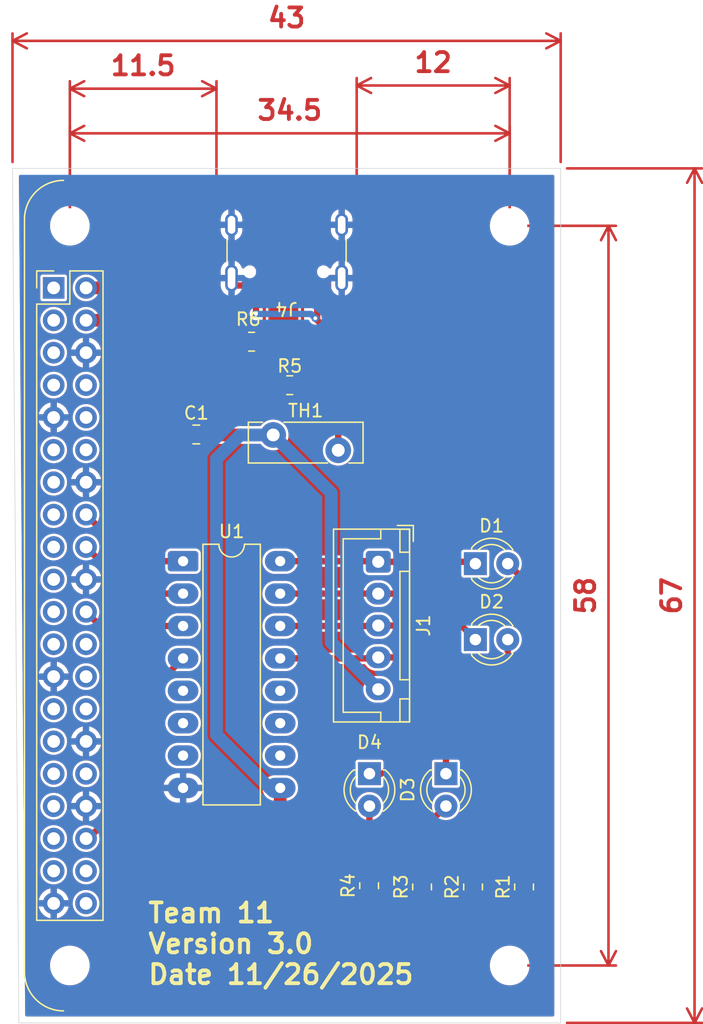
<source format=kicad_pcb>
(kicad_pcb (version 20241229) (generator "pcbnew") (generator_version "9.0")
  (title_block (title "power suply_motor control") (date "2025-11-26") (rev "3.0") (company "team 11"))
  (layers (0 "F.Cu" signal) (2 "B.Cu" signal) (13 "F.Paste" user) (15 "B.Paste" user) (5 "F.SilkS" user "F.Silkscreen") (7 "B.SilkS" user "B.Silkscreen") (1 "F.Mask" user) (3 "B.Mask" user) (25 "Edge.Cuts" user))
  (net 0 "")
  (net 1 "GND")
  (net 3 "/VCC")
  (net 9 "Net-(D1-K)")
  (net 14 "Net-(D1-A)")
  (net 21 "Net-(D2-K)")
  (net 24 "Net-(D2-A)")
  (net 28 "Net-(D3-A)")
  (net 33 "Net-(D3-K)")
  (net 34 "Net-(D4-A)")
  (net 35 "Net-(D4-K)")
  (net 36 "IN2")
  (net 37 "IN4")
  (net 39 "IN1")
  (net 40 "IN3")
  (net 41 "Net-(J4-VBUS-PadA4)")
  (net 42 "Net-(J4-CC2)")
  (net 48 "Net-(J4-CC1)")
  (footprint "Connector_USB:USB_C_Receptacle_GCT_USB4105-xx-A_16P_TopMnt_Horizontal" (layer "F.Cu") (at 123.5 89 180)
    (property "Reference" "J4" (at 0 -5.5 180) (layer "F.SilkS"))
    (property "Value" "USB_C_Receptacle_USB2.0_16P")
    (fp_line (start 4.67 -0.1) (end 4.67 -1.8) (stroke (width 0.12)) (layer "F.SilkS"))
    (fp_line (start -4.67 -0.1) (end -4.67 -1.8) (stroke (width 0.12)) (layer "F.SilkS"))
    (pad "" np_thru_hole circle (at -2.89 -2.605 180) (size 0.65 0.65) (drill 0.65) (layers "*.Cu" "*.Mask"))
    (pad "" np_thru_hole circle (at 2.89 -2.605 180) (size 0.65 0.65) (drill 0.65) (layers "*.Cu" "*.Mask"))
    (pad "A1" smd roundrect (at -3.2 -3.68 180) (size 0.6 1.15) (layers "F.Cu" "F.Mask" "F.Paste") (net 1 "GND"))
    (pad "A4" smd roundrect (at -2.4 -3.68 180) (size 0.6 1.15) (layers "F.Cu" "F.Mask" "F.Paste") (net 41 "Net-(J4-VBUS-PadA4)"))
    (pad "A5" smd roundrect (at -1.25 -3.68 180) (size 0.3 1.15) (layers "F.Cu" "F.Mask" "F.Paste") (net 48 "Net-(J4-CC1)"))
    (pad "A6" smd roundrect (at -0.25 -3.68 180) (size 0.3 1.15) (layers "F.Cu" "F.Mask" "F.Paste"))
    (pad "A7" smd roundrect (at 0.25 -3.68 180) (size 0.3 1.15) (layers "F.Cu" "F.Mask" "F.Paste"))
    (pad "A8" smd roundrect (at 1.25 -3.68 180) (size 0.3 1.15) (layers "F.Cu" "F.Mask" "F.Paste"))
    (pad "A9" smd roundrect (at 2.4 -3.68 180) (size 0.6 1.15) (layers "F.Cu" "F.Mask" "F.Paste") (net 41 "Net-(J4-VBUS-PadA4)"))
    (pad "A12" smd roundrect (at 3.2 -3.68 180) (size 0.6 1.15) (layers "F.Cu" "F.Mask" "F.Paste") (net 1 "GND"))
    (pad "B1" smd roundrect (at 3.2 -3.68 180) (size 0.6 1.15) (layers "F.Cu" "F.Mask" "F.Paste") (net 1 "GND"))
    (pad "B4" smd roundrect (at 2.4 -3.68 180) (size 0.6 1.15) (layers "F.Cu" "F.Mask" "F.Paste") (net 41 "Net-(J4-VBUS-PadA4)"))
    (pad "B5" smd roundrect (at 1.75 -3.68 180) (size 0.3 1.15) (layers "F.Cu" "F.Mask" "F.Paste") (net 42 "Net-(J4-CC2)"))
    (pad "B6" smd roundrect (at 0.75 -3.68 180) (size 0.3 1.15) (layers "F.Cu" "F.Mask" "F.Paste"))
    (pad "B7" smd roundrect (at -0.75 -3.68 180) (size 0.3 1.15) (layers "F.Cu" "F.Mask" "F.Paste"))
    (pad "B8" smd roundrect (at -1.75 -3.68 180) (size 0.3 1.15) (layers "F.Cu" "F.Mask" "F.Paste"))
    (pad "B9" smd roundrect (at -2.4 -3.68 180) (size 0.6 1.15) (layers "F.Cu" "F.Mask" "F.Paste") (net 41 "Net-(J4-VBUS-PadA4)"))
    (pad "B12" smd roundrect (at -3.2 -3.68 180) (size 0.6 1.15) (layers "F.Cu" "F.Mask" "F.Paste") (net 1 "GND"))
    (pad "S1" thru_hole oval (at -4.32 -3.105 180) (size 1 2.1) (drill oval 0.6 1.7) (property pad_prop_heatsink) (layers "*.Cu" "*.Mask" "F.Paste") (net 1 "GND"))
    (pad "S1" thru_hole oval (at -4.32 1.075 180) (size 1 1.8) (drill oval 0.6 1.4) (property pad_prop_heatsink) (layers "*.Cu" "*.Mask" "F.Paste") (net 1 "GND"))
    (pad "S1" thru_hole oval (at 4.32 -3.105 180) (size 1 2.1) (drill oval 0.6 1.7) (property pad_prop_heatsink) (layers "*.Cu" "*.Mask" "F.Paste") (net 1 "GND"))
    (pad "S1" thru_hole oval (at 4.32 1.075 180) (size 1 1.8) (drill oval 0.6 1.4) (property pad_prop_heatsink) (layers "*.Cu" "*.Mask" "F.Paste") (net 1 "GND"))
  )
  (footprint "Connector_JST:JST_XH_B5B-XH-A_1x05_P2.50mm_Vertical" (layer "F.Cu") (at 130.69 114.34487 -90)
    (property "Reference" "J1" (at 5 -3.55 90) (layer "F.SilkS"))
    (property "Value" "Conn_01x05")
    (fp_line (start -2.56 3.51) (end 12.56 3.51) (stroke (width 0.12)) (layer "F.SilkS"))
    (fp_line (start 12.56 3.51) (end 12.56 -2.46) (stroke (width 0.12)) (layer "F.SilkS"))
    (fp_line (start -1.8 2.75) (end 5 2.75) (stroke (width 0.12)) (layer "F.SilkS"))
    (fp_line (start 11.8 2.75) (end 5 2.75) (stroke (width 0.12)) (layer "F.SilkS"))
    (fp_line (start -2.55 -0.2) (end -1.8 -0.2) (stroke (width 0.12)) (layer "F.SilkS"))
    (fp_line (start -1.8 -0.2) (end -1.8 2.75) (stroke (width 0.12)) (layer "F.SilkS"))
    (fp_line (start 11.8 -0.2) (end 11.8 2.75) (stroke (width 0.12)) (layer "F.SilkS"))
    (fp_line (start 12.55 -0.2) (end 11.8 -0.2) (stroke (width 0.12)) (layer "F.SilkS"))
    (fp_line (start -2.55 -1.7) (end -0.75 -1.7) (stroke (width 0.12)) (layer "F.SilkS"))
    (fp_line (start -0.75 -1.7) (end -0.75 -2.45) (stroke (width 0.12)) (layer "F.SilkS"))
    (fp_line (start 0.75 -1.7) (end 9.25 -1.7) (stroke (width 0.12)) (layer "F.SilkS"))
    (fp_line (start 9.25 -1.7) (end 9.25 -2.45) (stroke (width 0.12)) (layer "F.SilkS"))
    (fp_line (start 10.75 -1.7) (end 12.55 -1.7) (stroke (width 0.12)) (layer "F.SilkS"))
    (fp_line (start 12.55 -1.7) (end 12.55 -2.45) (stroke (width 0.12)) (layer "F.SilkS"))
    (fp_line (start -2.55 -2.45) (end -2.55 -1.7) (stroke (width 0.12)) (layer "F.SilkS"))
    (fp_line (start -0.75 -2.45) (end -2.55 -2.45) (stroke (width 0.12)) (layer "F.SilkS"))
    (fp_line (start 0.75 -2.45) (end 0.75 -1.7) (stroke (width 0.12)) (layer "F.SilkS"))
    (fp_line (start 9.25 -2.45) (end 0.75 -2.45) (stroke (width 0.12)) (layer "F.SilkS"))
    (fp_line (start 10.75 -2.45) (end 10.75 -1.7) (stroke (width 0.12)) (layer "F.SilkS"))
    (fp_line (start 12.55 -2.45) (end 10.75 -2.45) (stroke (width 0.12)) (layer "F.SilkS"))
    (fp_line (start -2.56 -2.46) (end -2.56 3.51) (stroke (width 0.12)) (layer "F.SilkS"))
    (fp_line (start 12.56 -2.46) (end -2.56 -2.46) (stroke (width 0.12)) (layer "F.SilkS"))
    (fp_line (start -2.85 -2.75) (end -2.85 -1.5) (stroke (width 0.12)) (layer "F.SilkS"))
    (fp_line (start -1.6 -2.75) (end -2.85 -2.75) (stroke (width 0.12)) (layer "F.SilkS"))
    (pad "1" thru_hole roundrect (at 0 0 270) (size 1.7 1.95) (drill 0.95) (layers "*.Cu" "*.Mask") (roundrect_rratio 0.147059) (net 9 "Net-(D1-K)"))
    (pad "2" thru_hole oval (at 2.5 0 270) (size 1.7 1.95) (drill 0.95) (layers "*.Cu" "*.Mask") (net 21 "Net-(D2-K)"))
    (pad "3" thru_hole oval (at 5 0 270) (size 1.7 1.95) (drill 0.95) (layers "*.Cu" "*.Mask") (net 33 "Net-(D3-K)"))
    (pad "4" thru_hole oval (at 7.5 0 270) (size 1.7 1.95) (drill 0.95) (layers "*.Cu" "*.Mask") (net 35 "Net-(D4-K)"))
    (pad "5" thru_hole oval (at 10 0 270) (size 1.7 1.95) (drill 0.95) (layers "*.Cu" "*.Mask") (net 3 "/VCC"))
  )
  (footprint "LED_THT:LED_D3.0mm" (layer "F.Cu") (at 138.308194 114.491057)
    (property "Reference" "D1" (at 1.27 -2.96 0) (layer "F.SilkS"))
    (property "Value" "LED" (hide yes))
    (fp_line (start -0.29 -1.236) (end -0.29 -1.08) (stroke (width 0.12)) (layer "F.SilkS"))
    (fp_line (start -0.29 1.08) (end -0.29 1.236) (stroke (width 0.12)) (layer "F.SilkS"))
    (fp_arc (start -0.29 -1.235516) (mid 1.36566 -1.987699) (end 2.941437 -1.08) (stroke (width 0.12)) (layer "F.SilkS"))
    (fp_arc (start 0.229039 -1.08) (mid 1.27 -1.5) (end 2.310961 -1.08) (stroke (width 0.12)) (layer "F.SilkS"))
    (fp_arc (start 2.310961 1.08) (mid 1.27 1.5) (end 0.229039 1.08) (stroke (width 0.12)) (layer "F.SilkS"))
    (fp_arc (start 2.941437 1.08) (mid 1.36566 1.987699) (end -0.29 1.235516) (stroke (width 0.12)) (layer "F.SilkS"))
    (pad "1" thru_hole rect (at 0 0) (size 1.8 1.8) (drill 0.9) (layers "*.Cu" "*.Mask") (net 9 "Net-(D1-K)"))
    (pad "2" thru_hole circle (at 2.54 0) (size 1.8 1.8) (drill 0.9) (layers "*.Cu" "*.Mask") (net 14 "Net-(D1-A)"))
  )
  (footprint "" (layer "F.Cu") (at 141 146)
    (property "Reference" "" (at 0 0 0) (layer "F.SilkS") (effects (font (size 1.27 1.27))))
    (property "Value" "")
    (pad "" np_thru_hole circle (at 0 0 270) (size 2.75 2.75) (drill 2.75) (layers "*.Cu" "*.Mask"))
  )
  (footprint "Fuse:Fuse_Bourns_MF-RHT300" (layer "F.Cu") (at 122.45 104.4)
    (property "Reference" "TH1" (at 2.55 -1.9 0) (layer "F.SilkS"))
    (property "Value" "Thermistor_PTC")
    (fp_line (start -1.95 -1) (end -1.95 2.2) (stroke (width 0.12)) (layer "F.SilkS"))
    (fp_line (start -1.95 -1) (end -0.838 -1) (stroke (width 0.12)) (layer "F.SilkS"))
    (fp_line (start -1.95 2.2) (end 4.262 2.2) (stroke (width 0.12)) (layer "F.SilkS"))
    (fp_line (start 0.838 -1) (end 7.05 -1) (stroke (width 0.12)) (layer "F.SilkS"))
    (fp_line (start 5.938 2.2) (end 7.05 2.2) (stroke (width 0.12)) (layer "F.SilkS"))
    (fp_line (start 7.05 -1) (end 7.05 2.2) (stroke (width 0.12)) (layer "F.SilkS"))
    (pad "1" thru_hole circle (at 0 0) (size 2.01 2.01) (drill 1.01) (layers "*.Cu" "*.Mask") (net 3 "/VCC"))
    (pad "2" thru_hole circle (at 5.1 1.2) (size 2.01 2.01) (drill 1.01) (layers "*.Cu" "*.Mask") (net 41 "Net-(J4-VBUS-PadA4)"))
  )
  (footprint "XVF_3800_Dock:rap5" (layer "F.Cu") (at 101.27 114.97)
    (property "Reference" "J2" (hide yes))
    (property "Value" "Raspberry_Pi_4" (hide yes))
    (fp_line (start 1.67 31.53) (end 1.67 -27.47) (stroke (width 0.12)) (layer "F.SilkS"))
    (fp_line (start 2.63 -23.43) (end 2.63 -22.1) (stroke (width 0.12)) (layer "F.SilkS"))
    (fp_line (start 2.63 -20.83) (end 2.63 27.49) (stroke (width 0.12)) (layer "F.SilkS"))
    (fp_line (start 3.96 -23.43) (end 2.63 -23.43) (stroke (width 0.12)) (layer "F.SilkS"))
    (fp_line (start 5.23 -23.43) (end 5.23 -20.83) (stroke (width 0.12)) (layer "F.SilkS"))
    (fp_line (start 5.23 -20.83) (end 2.63 -20.83) (stroke (width 0.12)) (layer "F.SilkS"))
    (fp_line (start 7.83 -23.43) (end 5.23 -23.43) (stroke (width 0.12)) (layer "F.SilkS"))
    (fp_line (start 7.83 -23.43) (end 7.83 27.49) (stroke (width 0.12)) (layer "F.SilkS"))
    (fp_line (start 7.83 27.49) (end 2.63 27.49) (stroke (width 0.12)) (layer "F.SilkS"))
    (fp_arc (start 1.67 -27.47) (mid 2.566253 -29.633747) (end 4.73 -30.53) (stroke (width 0.12)) (layer "F.SilkS"))
    (fp_arc (start 4.73 34.59) (mid 2.566253 33.693747) (end 1.67 31.53) (stroke (width 0.12)) (layer "F.SilkS"))
    (pad "" np_thru_hole circle (at 5.23 -26.97 270) (size 2.75 2.75) (drill 2.75) (layers "*.Cu" "*.Mask"))
    (pad "" np_thru_hole circle (at 5.23 31.03 270) (size 2.75 2.75) (drill 2.75) (layers "*.Cu" "*.Mask"))
    (pad "1" thru_hole rect (at 3.96 -22.1) (size 1.7 1.7) (drill 1) (layers "*.Cu" "*.Mask"))
    (pad "2" thru_hole oval (at 6.5 -22.1) (size 1.7 1.7) (drill 1) (layers "*.Cu" "*.Mask") (net 3 "/VCC"))
    (pad "3" thru_hole oval (at 3.96 -19.56) (size 1.7 1.7) (drill 1) (layers "*.Cu" "*.Mask"))
    (pad "4" thru_hole oval (at 6.5 -19.56) (size 1.7 1.7) (drill 1) (layers "*.Cu" "*.Mask") (net 3 "/VCC"))
    (pad "5" thru_hole oval (at 3.96 -17.02) (size 1.7 1.7) (drill 1) (layers "*.Cu" "*.Mask"))
    (pad "6" thru_hole oval (at 6.5 -17.02) (size 1.7 1.7) (drill 1) (layers "*.Cu" "*.Mask") (net 1 "GND"))
    (pad "7" thru_hole oval (at 3.96 -14.48) (size 1.7 1.7) (drill 1) (layers "*.Cu" "*.Mask"))
    (pad "8" thru_hole oval (at 6.5 -14.48) (size 1.7 1.7) (drill 1) (layers "*.Cu" "*.Mask"))
    (pad "9" thru_hole oval (at 3.96 -11.94) (size 1.7 1.7) (drill 1) (layers "*.Cu" "*.Mask") (net 1 "GND"))
    (pad "10" thru_hole oval (at 6.5 -11.94) (size 1.7 1.7) (drill 1) (layers "*.Cu" "*.Mask"))
    (pad "11" thru_hole oval (at 3.96 -9.4) (size 1.7 1.7) (drill 1) (layers "*.Cu" "*.Mask"))
    (pad "12" thru_hole oval (at 6.5 -9.4) (size 1.7 1.7) (drill 1) (layers "*.Cu" "*.Mask"))
    (pad "13" thru_hole oval (at 3.96 -6.86) (size 1.7 1.7) (drill 1) (layers "*.Cu" "*.Mask"))
    (pad "14" thru_hole oval (at 6.5 -6.86) (size 1.7 1.7) (drill 1) (layers "*.Cu" "*.Mask") (net 1 "GND"))
    (pad "15" thru_hole oval (at 3.96 -4.32) (size 1.7 1.7) (drill 1) (layers "*.Cu" "*.Mask"))
    (pad "16" thru_hole oval (at 6.5 -4.32) (size 1.7 1.7) (drill 1) (layers "*.Cu" "*.Mask") (net 39 "IN1"))
    (pad "17" thru_hole oval (at 3.96 -1.78) (size 1.7 1.7) (drill 1) (layers "*.Cu" "*.Mask"))
    (pad "18" thru_hole oval (at 6.5 -1.78) (size 1.7 1.7) (drill 1) (layers "*.Cu" "*.Mask") (net 36 "IN2"))
    (pad "19" thru_hole oval (at 3.96 0.76) (size 1.7 1.7) (drill 1) (layers "*.Cu" "*.Mask"))
    (pad "20" thru_hole oval (at 6.5 0.76) (size 1.7 1.7) (drill 1) (layers "*.Cu" "*.Mask") (net 1 "GND"))
    (pad "21" thru_hole oval (at 3.96 3.3) (size 1.7 1.7) (drill 1) (layers "*.Cu" "*.Mask"))
    (pad "22" thru_hole oval (at 6.5 3.3) (size 1.7 1.7) (drill 1) (layers "*.Cu" "*.Mask") (net 40 "IN3"))
    (pad "23" thru_hole oval (at 3.96 5.84) (size 1.7 1.7) (drill 1) (layers "*.Cu" "*.Mask"))
    (pad "24" thru_hole oval (at 6.5 5.84) (size 1.7 1.7) (drill 1) (layers "*.Cu" "*.Mask"))
    (pad "25" thru_hole oval (at 3.96 8.38) (size 1.7 1.7) (drill 1) (layers "*.Cu" "*.Mask") (net 1 "GND"))
    (pad "26" thru_hole oval (at 6.5 8.38) (size 1.7 1.7) (drill 1) (layers "*.Cu" "*.Mask"))
    (pad "27" thru_hole oval (at 3.96 10.92) (size 1.7 1.7) (drill 1) (layers "*.Cu" "*.Mask"))
    (pad "28" thru_hole oval (at 6.5 10.92) (size 1.7 1.7) (drill 1) (layers "*.Cu" "*.Mask"))
    (pad "29" thru_hole oval (at 3.96 13.46) (size 1.7 1.7) (drill 1) (layers "*.Cu" "*.Mask"))
    (pad "30" thru_hole oval (at 6.5 13.46) (size 1.7 1.7) (drill 1) (layers "*.Cu" "*.Mask") (net 1 "GND"))
    (pad "31" thru_hole oval (at 3.96 16) (size 1.7 1.7) (drill 1) (layers "*.Cu" "*.Mask"))
    (pad "32" thru_hole oval (at 6.5 16) (size 1.7 1.7) (drill 1) (layers "*.Cu" "*.Mask"))
    (pad "33" thru_hole oval (at 3.96 18.54) (size 1.7 1.7) (drill 1) (layers "*.Cu" "*.Mask"))
    (pad "34" thru_hole oval (at 6.5 18.54) (size 1.7 1.7) (drill 1) (layers "*.Cu" "*.Mask") (net 1 "GND"))
    (pad "35" thru_hole oval (at 3.96 21.08) (size 1.7 1.7) (drill 1) (layers "*.Cu" "*.Mask"))
    (pad "36" thru_hole oval (at 6.5 21.08) (size 1.7 1.7) (drill 1) (layers "*.Cu" "*.Mask") (net 37 "IN4"))
    (pad "37" thru_hole oval (at 3.96 23.62) (size 1.7 1.7) (drill 1) (layers "*.Cu" "*.Mask"))
    (pad "38" thru_hole oval (at 6.5 23.62) (size 1.7 1.7) (drill 1) (layers "*.Cu" "*.Mask"))
    (pad "39" thru_hole oval (at 3.96 26.16) (size 1.7 1.7) (drill 1) (layers "*.Cu" "*.Mask") (net 1 "GND"))
    (pad "40" thru_hole oval (at 6.5 26.16) (size 1.7 1.7) (drill 1) (layers "*.Cu" "*.Mask"))
  )
  (footprint "LED_THT:LED_D3.0mm" (layer "F.Cu") (at 136 130.96 -90)
    (property "Reference" "D3" (at 1.27 3 270) (layer "F.SilkS"))
    (property "Value" "LED" (hide yes))
    (fp_line (start -0.29 1.08) (end -0.29 1.236) (stroke (width 0.12)) (layer "F.SilkS"))
    (fp_line (start -0.29 -1.236) (end -0.29 -1.08) (stroke (width 0.12)) (layer "F.SilkS"))
    (fp_arc (start 2.310961 1.08) (mid 1.27 1.5) (end 0.229039 1.08) (stroke (width 0.12)) (layer "F.SilkS"))
    (fp_arc (start 2.941437 1.08) (mid 1.36566 1.987699) (end -0.29 1.235516) (stroke (width 0.12)) (layer "F.SilkS"))
    (fp_arc (start 0.229039 -1.08) (mid 1.27 -1.5) (end 2.310961 -1.08) (stroke (width 0.12)) (layer "F.SilkS"))
    (fp_arc (start -0.29 -1.235516) (mid 1.36566 -1.987699) (end 2.941437 -1.08) (stroke (width 0.12)) (layer "F.SilkS"))
    (pad "1" thru_hole rect (at 0 0 270) (size 1.8 1.8) (drill 0.9) (layers "*.Cu" "*.Mask") (net 33 "Net-(D3-K)"))
    (pad "2" thru_hole circle (at 2.54 0 270) (size 1.8 1.8) (drill 0.9) (layers "*.Cu" "*.Mask") (net 28 "Net-(D3-A)"))
  )
  (footprint "LED_THT:LED_D3.0mm" (layer "F.Cu") (at 138.308194 120.445636)
    (property "Reference" "D2" (at 1.27 -2.96 0) (layer "F.SilkS"))
    (property "Value" "LED" (hide yes))
    (fp_line (start -0.29 -1.236) (end -0.29 -1.08) (stroke (width 0.12)) (layer "F.SilkS"))
    (fp_line (start -0.29 1.08) (end -0.29 1.236) (stroke (width 0.12)) (layer "F.SilkS"))
    (fp_arc (start -0.29 -1.235516) (mid 1.36566 -1.987699) (end 2.941437 -1.08) (stroke (width 0.12)) (layer "F.SilkS"))
    (fp_arc (start 0.229039 -1.08) (mid 1.27 -1.5) (end 2.310961 -1.08) (stroke (width 0.12)) (layer "F.SilkS"))
    (fp_arc (start 2.310961 1.08) (mid 1.27 1.5) (end 0.229039 1.08) (stroke (width 0.12)) (layer "F.SilkS"))
    (fp_arc (start 2.941437 1.08) (mid 1.36566 1.987699) (end -0.29 1.235516) (stroke (width 0.12)) (layer "F.SilkS"))
    (pad "1" thru_hole rect (at 0 0) (size 1.8 1.8) (drill 0.9) (layers "*.Cu" "*.Mask") (net 21 "Net-(D2-K)"))
    (pad "2" thru_hole circle (at 2.54 0) (size 1.8 1.8) (drill 0.9) (layers "*.Cu" "*.Mask") (net 24 "Net-(D2-A)"))
  )
  (footprint "Capacitor_SMD:C_0805_2012Metric_Pad1.18x1.45mm_HandSolder" (layer "F.Cu") (at 116.419278 104.363722)
    (property "Reference" "C1" (at 0 -1.68 0) (layer "F.SilkS"))
    (property "Value" "100nF")
    (fp_line (start -0.261252 -0.735) (end 0.261252 -0.735) (stroke (width 0.12)) (layer "F.SilkS"))
    (fp_line (start -0.261252 0.735) (end 0.261252 0.735) (stroke (width 0.12)) (layer "F.SilkS"))
    (pad "1" smd roundrect (at -1.0375 0) (size 1.175 1.45) (layers "F.Cu" "F.Mask" "F.Paste") (roundrect_rratio 0.212766) (net 1 "GND"))
    (pad "2" smd roundrect (at 1.0375 0) (size 1.175 1.45) (layers "F.Cu" "F.Mask" "F.Paste") (roundrect_rratio 0.212766) (net 3 "/VCC"))
  )
  (footprint "" (layer "F.Cu") (at 141 88)
    (property "Reference" "" (at 0 0 0) (layer "F.SilkS") (effects (font (size 1.27 1.27))))
    (property "Value" "")
    (pad "" np_thru_hole circle (at 0 0 270) (size 2.75 2.75) (drill 2.75) (layers "*.Cu" "*.Mask"))
  )
  (footprint "Resistor_SMD:R_0805_2012Metric_Pad1.20x1.40mm_HandSolder" (layer "F.Cu") (at 142.127947 139.840659 90)
    (property "Reference" "R1" (at 0 -1.65 90) (layer "F.SilkS"))
    (property "Value" "0.5k")
    (fp_line (start -0.227064 -0.735) (end 0.227064 -0.735) (stroke (width 0.12)) (layer "F.SilkS"))
    (fp_line (start -0.227064 0.735) (end 0.227064 0.735) (stroke (width 0.12)) (layer "F.SilkS"))
    (pad "1" smd roundrect (at -1 0 90) (size 1.2 1.4) (layers "F.Cu" "F.Mask" "F.Paste") (roundrect_rratio 0.208333) (net 3 "/VCC"))
    (pad "2" smd roundrect (at 1 0 90) (size 1.2 1.4) (layers "F.Cu" "F.Mask" "F.Paste") (roundrect_rratio 0.208333) (net 14 "Net-(D1-A)"))
  )
  (footprint "Resistor_SMD:R_0805_2012Metric_Pad1.20x1.40mm_HandSolder" (layer "F.Cu") (at 120.755087 97.089021 180)
    (property "Reference" "R6" (at 0.257385 1.760005 0) (layer "F.SilkS"))
    (property "Value" "5.1k")
    (fp_line (start -0.227064 0.735) (end 0.227064 0.735) (stroke (width 0.12)) (layer "F.SilkS"))
    (fp_line (start -0.227064 -0.735) (end 0.227064 -0.735) (stroke (width 0.12)) (layer "F.SilkS"))
    (pad "1" smd roundrect (at -1 0 180) (size 1.2 1.4) (layers "F.Cu" "F.Mask" "F.Paste") (roundrect_rratio 0.208333) (net 42 "Net-(J4-CC2)"))
    (pad "2" smd roundrect (at 1 0 180) (size 1.2 1.4) (layers "F.Cu" "F.Mask" "F.Paste") (roundrect_rratio 0.208333) (net 1 "GND"))
  )
  (footprint "Resistor_SMD:R_0805_2012Metric_Pad1.20x1.40mm_HandSolder" (layer "F.Cu") (at 138.127947 139.840659 90)
    (property "Reference" "R2" (at 0 -1.65 90) (layer "F.SilkS"))
    (property "Value" "0.5k")
    (fp_line (start -0.227064 -0.735) (end 0.227064 -0.735) (stroke (width 0.12)) (layer "F.SilkS"))
    (fp_line (start -0.227064 0.735) (end 0.227064 0.735) (stroke (width 0.12)) (layer "F.SilkS"))
    (pad "1" smd roundrect (at -1 0 90) (size 1.2 1.4) (layers "F.Cu" "F.Mask" "F.Paste") (roundrect_rratio 0.208333) (net 3 "/VCC"))
    (pad "2" smd roundrect (at 1 0 90) (size 1.2 1.4) (layers "F.Cu" "F.Mask" "F.Paste") (roundrect_rratio 0.208333) (net 24 "Net-(D2-A)"))
  )
  (footprint "Resistor_SMD:R_0805_2012Metric_Pad1.20x1.40mm_HandSolder" (layer "F.Cu") (at 123.74581 100.5 180)
    (property "Reference" "R5" (at 0 1.5 0) (layer "F.SilkS"))
    (property "Value" "5.1k")
    (fp_line (start -0.227064 0.735) (end 0.227064 0.735) (stroke (width 0.12)) (layer "F.SilkS"))
    (fp_line (start -0.227064 -0.735) (end 0.227064 -0.735) (stroke (width 0.12)) (layer "F.SilkS"))
    (pad "1" smd roundrect (at -1 0 180) (size 1.2 1.4) (layers "F.Cu" "F.Mask" "F.Paste") (roundrect_rratio 0.208333) (net 48 "Net-(J4-CC1)"))
    (pad "2" smd roundrect (at 1 0 180) (size 1.2 1.4) (layers "F.Cu" "F.Mask" "F.Paste") (roundrect_rratio 0.208333) (net 1 "GND"))
  )
  (footprint "Resistor_SMD:R_0805_2012Metric_Pad1.20x1.40mm_HandSolder" (layer "F.Cu") (at 129.97507 139.744634 90)
    (property "Reference" "R4" (at 0 -1.65 90) (layer "F.SilkS"))
    (property "Value" "0.5k")
    (fp_line (start -0.227064 -0.735) (end 0.227064 -0.735) (stroke (width 0.12)) (layer "F.SilkS"))
    (fp_line (start -0.227064 0.735) (end 0.227064 0.735) (stroke (width 0.12)) (layer "F.SilkS"))
    (pad "1" smd roundrect (at -1 0 90) (size 1.2 1.4) (layers "F.Cu" "F.Mask" "F.Paste") (roundrect_rratio 0.208333) (net 3 "/VCC"))
    (pad "2" smd roundrect (at 1 0 90) (size 1.2 1.4) (layers "F.Cu" "F.Mask" "F.Paste") (roundrect_rratio 0.208333) (net 34 "Net-(D4-A)"))
  )
  (footprint "LED_THT:LED_D3.0mm" (layer "F.Cu") (at 130 130.96 -90)
    (property "Reference" "D4" (at -2.46 0 180) (layer "F.SilkS"))
    (property "Value" "LED" (hide yes))
    (fp_line (start -0.29 1.08) (end -0.29 1.236) (stroke (width 0.12)) (layer "F.SilkS"))
    (fp_line (start -0.29 -1.236) (end -0.29 -1.08) (stroke (width 0.12)) (layer "F.SilkS"))
    (fp_arc (start 2.310961 1.08) (mid 1.27 1.5) (end 0.229039 1.08) (stroke (width 0.12)) (layer "F.SilkS"))
    (fp_arc (start 2.941437 1.08) (mid 1.36566 1.987699) (end -0.29 1.235516) (stroke (width 0.12)) (layer "F.SilkS"))
    (fp_arc (start 0.229039 -1.08) (mid 1.27 -1.5) (end 2.310961 -1.08) (stroke (width 0.12)) (layer "F.SilkS"))
    (fp_arc (start -0.29 -1.235516) (mid 1.36566 -1.987699) (end 2.941437 -1.08) (stroke (width 0.12)) (layer "F.SilkS"))
    (pad "1" thru_hole rect (at 0 0 270) (size 1.8 1.8) (drill 0.9) (layers "*.Cu" "*.Mask") (net 35 "Net-(D4-K)"))
    (pad "2" thru_hole circle (at 2.54 0 270) (size 1.8 1.8) (drill 0.9) (layers "*.Cu" "*.Mask") (net 34 "Net-(D4-A)"))
  )
  (footprint "Package_DIP:DIP-16_W7.62mm_LongPads" (layer "F.Cu") (at 115.38 114.3)
    (property "Reference" "U1" (at 3.81 -2.33 0) (layer "F.SilkS"))
    (property "Value" "ULN2003")
    (fp_line (start 1.56 -1.33) (end 1.56 19.11) (stroke (width 0.12)) (layer "F.SilkS"))
    (fp_line (start 1.56 19.11) (end 6.06 19.11) (stroke (width 0.12)) (layer "F.SilkS"))
    (fp_line (start 2.81 -1.33) (end 1.56 -1.33) (stroke (width 0.12)) (layer "F.SilkS"))
    (fp_line (start 6.06 -1.33) (end 4.81 -1.33) (stroke (width 0.12)) (layer "F.SilkS"))
    (fp_line (start 6.06 19.11) (end 6.06 -1.33) (stroke (width 0.12)) (layer "F.SilkS"))
    (fp_arc (start 4.81 -1.33) (mid 3.81 -0.33) (end 2.81 -1.33) (stroke (width 0.12)) (layer "F.SilkS"))
    (pad "1" thru_hole roundrect (at 0 0) (size 2.4 1.6) (drill 0.8) (layers "*.Cu" "*.Mask") (roundrect_rratio 0.15625) (net 39 "IN1"))
    (pad "2" thru_hole oval (at 0 2.54) (size 2.4 1.6) (drill 0.8) (layers "*.Cu" "*.Mask") (net 36 "IN2"))
    (pad "3" thru_hole oval (at 0 5.08) (size 2.4 1.6) (drill 0.8) (layers "*.Cu" "*.Mask") (net 40 "IN3"))
    (pad "4" thru_hole oval (at 0 7.62) (size 2.4 1.6) (drill 0.8) (layers "*.Cu" "*.Mask") (net 37 "IN4"))
    (pad "5" thru_hole oval (at 0 10.16) (size 2.4 1.6) (drill 0.8) (layers "*.Cu" "*.Mask"))
    (pad "6" thru_hole oval (at 0 12.7) (size 2.4 1.6) (drill 0.8) (layers "*.Cu" "*.Mask"))
    (pad "7" thru_hole oval (at 0 15.24) (size 2.4 1.6) (drill 0.8) (layers "*.Cu" "*.Mask"))
    (pad "8" thru_hole oval (at 0 17.78) (size 2.4 1.6) (drill 0.8) (layers "*.Cu" "*.Mask") (net 1 "GND"))
    (pad "9" thru_hole oval (at 7.62 17.78) (size 2.4 1.6) (drill 0.8) (layers "*.Cu" "*.Mask") (net 3 "/VCC"))
    (pad "10" thru_hole oval (at 7.62 15.24) (size 2.4 1.6) (drill 0.8) (layers "*.Cu" "*.Mask"))
    (pad "11" thru_hole oval (at 7.62 12.7) (size 2.4 1.6) (drill 0.8) (layers "*.Cu" "*.Mask"))
    (pad "12" thru_hole oval (at 7.62 10.16) (size 2.4 1.6) (drill 0.8) (layers "*.Cu" "*.Mask"))
    (pad "13" thru_hole oval (at 7.62 7.62) (size 2.4 1.6) (drill 0.8) (layers "*.Cu" "*.Mask") (net 35 "Net-(D4-K)"))
    (pad "14" thru_hole oval (at 7.62 5.08) (size 2.4 1.6) (drill 0.8) (layers "*.Cu" "*.Mask") (net 33 "Net-(D3-K)"))
    (pad "15" thru_hole oval (at 7.62 2.54) (size 2.4 1.6) (drill 0.8) (layers "*.Cu" "*.Mask") (net 21 "Net-(D2-K)"))
    (pad "16" thru_hole oval (at 7.62 0) (size 2.4 1.6) (drill 0.8) (layers "*.Cu" "*.Mask") (net 9 "Net-(D1-K)"))
  )
  (footprint "Resistor_SMD:R_0805_2012Metric_Pad1.20x1.40mm_HandSolder" (layer "F.Cu") (at 134.127947 139.840659 90)
    (property "Reference" "R3" (at 0 -1.65 90) (layer "F.SilkS"))
    (property "Value" "0.5k")
    (fp_line (start -0.227064 -0.735) (end 0.227064 -0.735) (stroke (width 0.12)) (layer "F.SilkS"))
    (fp_line (start -0.227064 0.735) (end 0.227064 0.735) (stroke (width 0.12)) (layer "F.SilkS"))
    (pad "1" smd roundrect (at -1 0 90) (size 1.2 1.4) (layers "F.Cu" "F.Mask" "F.Paste") (roundrect_rratio 0.208333) (net 3 "/VCC"))
    (pad "2" smd roundrect (at 1 0 90) (size 1.2 1.4) (layers "F.Cu" "F.Mask" "F.Paste") (roundrect_rratio 0.208333) (net 28 "Net-(D3-A)"))
  )
  (gr_line (start 102 83.5) (end 102.5 150.5) (stroke (width 0.05)) (layer "Edge.Cuts"))
  (gr_line (start 145 150.5) (end 145 83.5) (stroke (width 0.05)) (layer "Edge.Cuts"))
  (gr_line (start 145 83.5) (end 102 83.5) (stroke (width 0.05)) (layer "Edge.Cuts"))
  (gr_line (start 102.5 150.5) (end 145 150.5) (stroke (width 0.05)) (layer "Edge.Cuts"))
  (gr_text "Team 11\nVersion 3.0\nDate 11/26/2025" (at 112.5 141 0) (layer "F.SilkS") (effects (font (size 1.5 1.5) (thickness 0.3) (bold yes)) (justify left top)))
  (dimension (type orthogonal) (layer "F.Cu") (pts (xy 141 88) (xy 129 87.75)) (height -11) (orientation 0) (format (prefix "") (suffix "") (units 3) (units_format 0) (precision 4) (suppress_zeroes yes)) (style (thickness 0.2) (arrow_length 1.27) (text_position_mode 0) (arrow_direction outward) (extension_height 0.58642) (extension_offset 0.5) (keep_text_aligned yes)) (gr_text "12" (at 135 75.2 0) (layer "F.Cu") (effects (font (size 1.5 1.5) (thickness 0.3)))))
  (dimension (type orthogonal) (layer "F.Cu") (pts (xy 145 83.5) (xy 145 150.5)) (height 10.5) (orientation 1) (format (prefix "") (suffix "") (units 3) (units_format 0) (precision 4) (suppress_zeroes yes)) (style (thickness 0.2) (arrow_length 1.27) (text_position_mode 0) (arrow_direction outward) (extension_height 0.58642) (extension_offset 0.5) (keep_text_aligned yes)) (gr_text "67" (at 153.7 117 90) (layer "F.Cu") (effects (font (size 1.5 1.5) (thickness 0.3)))))
  (dimension (type orthogonal) (layer "F.Cu") (pts (xy 141 88) (xy 106.5 88)) (height -7.25) (orientation 0) (format (prefix "") (suffix "") (units 3) (units_format 0) (precision 4) (suppress_zeroes yes)) (style (thickness 0.2) (arrow_length 1.27) (text_position_mode 0) (arrow_direction outward) (extension_height 0.58642) (extension_offset 0.5) (keep_text_aligned yes)) (gr_text "34.5" (at 123.75 78.95 0) (layer "F.Cu") (effects (font (size 1.5 1.5) (thickness 0.3)))))
  (dimension (type orthogonal) (layer "F.Cu") (pts (xy 141 88) (xy 141 146)) (height 7.75) (orientation 1) (format (prefix "") (suffix "") (units 3) (units_format 0) (precision 4) (suppress_zeroes yes)) (style (thickness 0.2) (arrow_length 1.27) (text_position_mode 0) (arrow_direction outward) (extension_height 0.58642) (extension_offset 0.5) (keep_text_aligned yes)) (gr_text "58" (at 146.95 117 90) (layer "F.Cu") (effects (font (size 1.5 1.5) (thickness 0.3)))))
  (dimension (type orthogonal) (layer "F.Cu") (pts (xy 106.5 88.75) (xy 118 87.75)) (height -11.5) (orientation 0) (format (prefix "") (suffix "") (units 3) (units_format 0) (precision 4) (suppress_zeroes yes)) (style (thickness 0.2) (arrow_length 1.27) (text_position_mode 0) (arrow_direction outward) (extension_height 0.58642) (extension_offset 0.5) (keep_text_aligned yes)) (gr_text "11.5" (at 112.25 75.45 0) (layer "F.Cu") (effects (font (size 1.5 1.5) (thickness 0.3)))))
  (dimension (type orthogonal) (layer "F.Cu") (pts (xy 145 83.5) (xy 102 83.5)) (height -10) (orientation 0) (format (prefix "") (suffix "") (units 3) (units_format 0) (precision 4) (suppress_zeroes yes)) (style (thickness 0.2) (arrow_length 1.27) (text_position_mode 0) (arrow_direction outward) (extension_height 0.58642) (extension_offset 0.5) (keep_text_aligned yes)) (gr_text "43" (at 123.5 71.7 0) (layer "F.Cu") (effects (font (size 1.5 1.5) (thickness 0.3)))))
  (segment (start 110.5 93.5) (end 110.5 95.41) (width 1) (layer "F.Cu") (net 3))
  (segment (start 110.5 95.41) (end 110.585803 95.41) (width 1) (layer "F.Cu") (net 3))
  (segment (start 110.585803 95.41) (end 117.456778 102.280975) (width 1) (layer "F.Cu") (net 3))
  (segment (start 107.77 92.87) (end 109.87 92.87) (width 1) (layer "F.Cu") (net 3))
  (segment (start 117.493056 104.4) (end 117.456778 104.363722) (width 1) (layer "F.Cu") (net 3))
  (segment (start 107.77 95.41) (end 110.5 95.41) (width 1) (layer "F.Cu") (net 3))
  (segment (start 138.127947 140.840659) (end 142.127947 140.840659) (width 1) (layer "F.Cu") (net 3))
  (segment (start 129.27507 140.744634) (end 129.97507 140.744634) (width 1) (layer "F.Cu") (net 3))
  (segment (start 134.031922 140.744634) (end 134.127947 140.840659) (width 1) (layer "F.Cu") (net 3))
  (segment (start 117.456778 104.363722) (end 117.456778 103) (width 1) (layer "F.Cu") (net 3))
  (segment (start 122.45 104.4) (end 117.493056 104.4) (width 1) (layer "F.Cu") (net 3))
  (segment (start 109.87 92.87) (end 110.5 93.5) (width 1) (layer "F.Cu") (net 3))
  (segment (start 123 132.08) (end 123 134.469564) (width 1) (layer "F.Cu") (net 3))
  (segment (start 123 134.469564) (end 129.27507 140.744634) (width 1) (layer "F.Cu") (net 3))
  (segment (start 117.456778 102.280975) (end 117.456778 103) (width 1) (layer "F.Cu") (net 3))
  (segment (start 129.97507 140.744634) (end 134.031922 140.744634) (width 1) (layer "F.Cu") (net 3))
  (segment (start 134.127947 140.840659) (end 138.127947 140.840659) (width 1) (layer "F.Cu") (net 3))
  (segment (start 118 106.276035) (end 118 127.917854) (width 1) (layer "B.Cu") (net 3))
  (segment (start 127 108.95) (end 127 120.65487) (width 1) (layer "B.Cu") (net 3))
  (segment (start 119.895871 104.4) (end 119.885953 104.390082) (width 1) (layer "B.Cu") (net 3))
  (segment (start 122.162146 132.08) (end 123 132.08) (width 1) (layer "B.Cu") (net 3))
  (segment (start 118 127.917854) (end 122.162146 132.08) (width 1) (layer "B.Cu") (net 3))
  (segment (start 122.45 104.4) (end 127 108.95) (width 1) (layer "B.Cu") (net 3))
  (segment (start 127 120.65487) (end 130.69 124.34487) (width 1) (layer "B.Cu") (net 3))
  (segment (start 122.45 104.4) (end 119.895871 104.4) (width 1) (layer "B.Cu") (net 3))
  (segment (start 119.885953 104.390082) (end 118 106.276035) (width 1) (layer "B.Cu") (net 3))
  (segment (start 138.153324 114.645927) (end 138.308194 114.491057) (width 0.5) (layer "F.Cu") (net 9))
  (segment (start 138.117934 114.300797) (end 138.308194 114.491057) (width 0.5) (layer "F.Cu") (net 9))
  (segment (start 123 114.3) (end 130.64513 114.3) (width 0.5) (layer "F.Cu") (net 9))
  (segment (start 138.162007 114.34487) (end 138.308194 114.491057) (width 0.5) (layer "F.Cu") (net 9))
  (segment (start 130.69 114.34487) (end 138.162007 114.34487) (width 0.5) (layer "F.Cu") (net 9))
  (segment (start 130.64513 114.3) (end 130.69 114.34487) (width 0.5) (layer "F.Cu") (net 9))
  (segment (start 142.127947 138.840659) (end 142.247947 138.840659) (width 0.5) (layer "F.Cu") (net 14))
  (segment (start 142.923707 116.56657) (end 142.923707 138.044899) (width 0.5) (layer "F.Cu") (net 14))
  (segment (start 142.923707 138.044899) (end 142.127947 138.840659) (width 0.5) (layer "F.Cu") (net 14))
  (segment (start 140.848194 114.491057) (end 142.923707 116.56657) (width 0.5) (layer "F.Cu") (net 14))
  (segment (start 134.707428 116.84487) (end 138.308194 120.445636) (width 0.5) (layer "F.Cu") (net 21))
  (segment (start 123 116.84) (end 130.68513 116.84) (width 0.5) (layer "F.Cu") (net 21))
  (segment (start 130.68513 116.84) (end 130.69 116.84487) (width 0.5) (layer "F.Cu") (net 21))
  (segment (start 130.69 116.84487) (end 134.707428 116.84487) (width 0.5) (layer "F.Cu") (net 21))
  (segment (start 140.848194 136.120412) (end 138.127947 138.840659) (width 0.5) (layer "F.Cu") (net 24))
  (segment (start 140.848194 120.445636) (end 140.848194 136.120412) (width 0.5) (layer "F.Cu") (net 24))
  (segment (start 136 133.5) (end 134.127947 135.372053) (width 0.5) (layer "F.Cu") (net 28))
  (segment (start 134.127947 135.372053) (end 134.127947 138.840659) (width 0.5) (layer "F.Cu") (net 28))
  (segment (start 123 119.38) (end 130.65487 119.38) (width 0.5) (layer "F.Cu") (net 33))
  (segment (start 136 122.602793) (end 132.742077 119.34487) (width 0.5) (layer "F.Cu") (net 33))
  (segment (start 130.65487 119.38) (end 130.69 119.34487) (width 0.5) (layer "F.Cu") (net 33))
  (segment (start 130.69 119.34487) (end 132.742077 119.34487) (width 0.5) (layer "F.Cu") (net 33))
  (segment (start 136 130.96) (end 136 122.602793) (width 0.5) (layer "F.Cu") (net 33))
  (segment (start 130 133.5) (end 130 138.719704) (width 0.5) (layer "F.Cu") (net 34))
  (segment (start 130 138.719704) (end 129.97507 138.744634) (width 0.5) (layer "F.Cu") (net 34))
  (segment (start 134.5 127.5) (end 131.04 130.96) (width 0.5) (layer "F.Cu") (net 35))
  (segment (start 130.69 121.84487) (end 133.84487 121.84487) (width 0.5) (layer "F.Cu") (net 35))
  (segment (start 123 121.92) (end 130.61487 121.92) (width 0.5) (layer "F.Cu") (net 35))
  (segment (start 131.04 130.96) (end 130 130.96) (width 0.5) (layer "F.Cu") (net 35))
  (segment (start 133.84487 121.84487) (end 134.5 122.5) (width 0.5) (layer "F.Cu") (net 35))
  (segment (start 134.5 122.5) (end 134.5 127.5) (width 0.5) (layer "F.Cu") (net 35))
  (segment (start 107.77 113.19) (end 111.42 116.84) (width 0.5) (layer "F.Cu") (net 36))
  (segment (start 111.42 116.84) (end 115.38 116.84) (width 0.5) (layer "F.Cu") (net 36))
  (segment (start 107.77 136.05) (end 107.95 136.05) (width 0.5) (layer "F.Cu") (net 37))
  (segment (start 110.5 126.8) (end 115.38 121.92) (width 0.5) (layer "F.Cu") (net 37))
  (segment (start 107.95 136.05) (end 110.5 133.5) (width 0.5) (layer "F.Cu") (net 37))
  (segment (start 110.5 133.5) (end 110.5 126.8) (width 0.5) (layer "F.Cu") (net 37))
  (segment (start 111.42 114.3) (end 115.38 114.3) (width 0.5) (layer "F.Cu") (net 39))
  (segment (start 107.77 110.65) (end 111.42 114.3) (width 0.5) (layer "F.Cu") (net 39))
  (segment (start 107.77 118.27) (end 108.88 119.38) (width 0.5) (layer "F.Cu") (net 40))
  (segment (start 108.88 119.38) (end 115.38 119.38) (width 0.5) (layer "F.Cu") (net 40))
  (segment (start 121.1 94.926) (end 121.099005 94.925005) (width 0.5) (layer "F.Cu") (net 41))
  (segment (start 121.1 92.68) (end 121.1 94.926) (width 0.5) (layer "F.Cu") (net 41))
  (segment (start 127.55 97.05) (end 125.9 95.4) (width 0.5) (layer "F.Cu") (net 41))
  (segment (start 121.099005 94.925005) (end 121.099005 94.911128) (width 0.5) (layer "F.Cu") (net 41))
  (segment (start 125.9 92.68) (end 125.9 95.4) (width 0.5) (layer "F.Cu") (net 41))
  (segment (start 127.55 105.6) (end 127.55 97.05) (width 0.5) (layer "F.Cu") (net 41))
  (via (at 125.75 95.25) (size 0.6) (drill 0.3) (layers "F.Cu" "B.Cu") (net 41))
  (via (at 121.099005 94.911128) (size 0.6) (drill 0.3) (layers "F.Cu" "B.Cu") (net 41))
  (segment (start 125.411128 94.911128) (end 125.75 95.25) (width 0.5) (layer "B.Cu") (net 41))
  (segment (start 121.099005 94.911128) (end 125.411128 94.911128) (width 0.5) (layer "B.Cu") (net 41))
  (segment (start 121.75 97.083934) (end 121.755087 97.089021) (width 0.25) (layer "F.Cu") (net 42))
  (segment (start 121.75 92.68) (end 121.75 97.083934) (width 0.25) (layer "F.Cu") (net 42))
  (segment (start 124.75 100.49581) (end 124.74581 100.5) (width 0.25) (layer "F.Cu") (net 48))
  (segment (start 124.75 92.68) (end 124.75 100.49581) (width 0.25) (layer "F.Cu") (net 48))
  (zone (net 1) (net_name "GND") (layers "F.Cu" "B.Cu") (connect_pads (clearance 0.2)) (min_thickness 0.25) (fill yes (thermal_gap 0.35) (thermal_bridge_width 0.5))
    (polygon (pts (xy 145 150.5) (xy 102.5 150.5) (xy 102 83.5) (xy 145 83.5)))
  )
)
</source>
